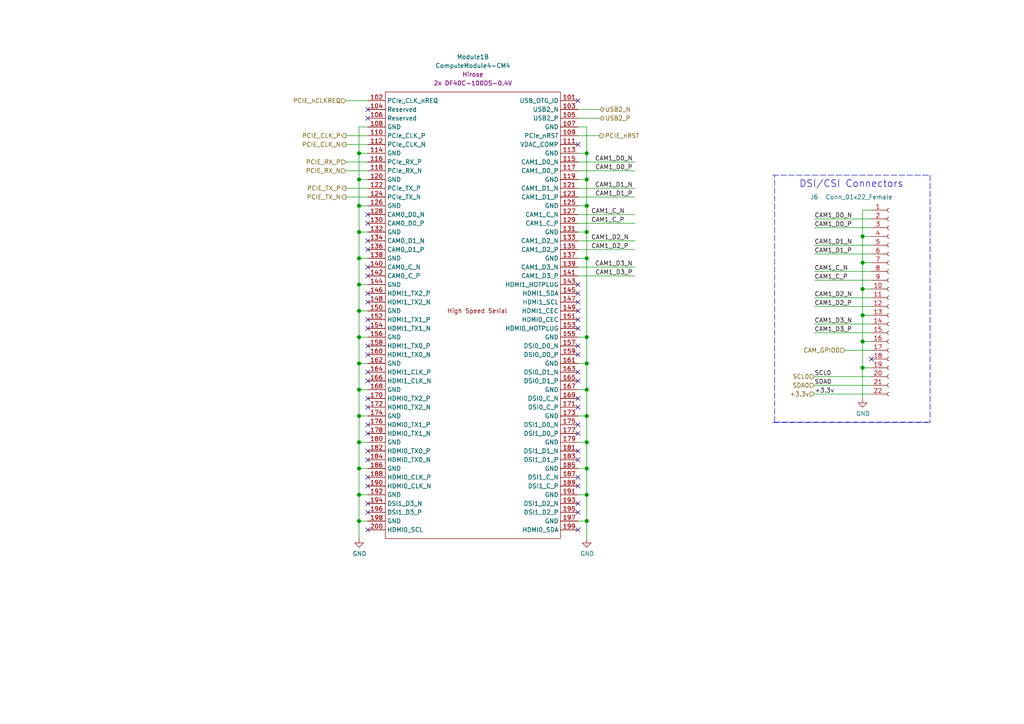
<source format=kicad_sch>
(kicad_sch (version 20231120) (generator "eeschema") (generator_version "8.0")
  (paper "A4")
  (title_block (title "BLADE CM4 CARRIER BOARD") (date "2025-01-20") (rev "0.2") (company "RapidAnalysis") (comment 1 "Author: Asad Imran"))
  (lib_symbols
    (symbol "Blade:ComputeModule4-CM4"
      (property "Reference" "Module" (at 113.03 -68.58 0))
      (property "Value" "ComputeModule4-CM4" (at 140.97 2.54 0))
      (property "Field4" "Hirose" (at 0 0 0))
      (property "Field5" "2x DF40C-100DS-0.4V" (at 0 -2.54 0))
      (symbol "ComputeModule4-CM4_1_0"
        (text "GPIO" (at 0 6.35 0) (effects (font (size 1.27 1.27))))
      )
      (symbol "ComputeModule4-CM4_1_1"
        (rectangle (start -30.48 -71.12) (end 25.4 58.42))
        (text "600mA Max" (at -8.89 -53.34 0) (effects (font (size 1.27 1.27))))
        (text "600mA Max" (at -8.89 -48.26 0) (effects (font (size 1.27 1.27))))
        (text "NB SD signals are only available" (at -1.27 -27.94 0) (effects (font (size 1.27 1.27))))
        (text "on modules without eMMC" (at -1.27 -30.48 0) (effects (font (size 1.27 1.27))))
        (pin power_in line (at 27.94 55.88 180) (length 2.54) (name "GND") (number "1"))
        (pin passive line (at -33.02 45.72 0) (length 2.54) (name "Ethernet_Pair0_N") (number "10"))
        (pin output line (at -33.02 -68.58 0) (length 2.54) (name "nEXTRST") (number "100"))
        (pin passive line (at 27.94 43.18 180) (length 2.54) (name "Ethernet_Pair2_P") (number "11"))
        (pin passive line (at -33.02 43.18 0) (length 2.54) (name "Ethernet_Pair0_P") (number "12"))
        (pin power_in line (at 27.94 40.64 180) (length 2.54) (name "GND") (number "13"))
        (pin power_in line (at -33.02 40.64 0) (length 2.54) (name "GND") (number "14"))
        (pin output line (at 27.94 38.1 180) (length 2.54) (name "Ethernet_nLED3(3.3v)") (number "15"))
        (pin input line (at -33.02 38.1 0) (length 2.54) (name "Ethernet_SYNC_IN(1.8v)") (number "16"))
        (pin output line (at 27.94 35.56 180) (length 2.54) (name "Ethernet_nLED2(3.3v)") (number "17"))
        (pin input line (at -33.02 35.56 0) (length 2.54) (name "Ethernet_SYNC_OUT(1.8v)") (number "18"))
        (pin output line (at 27.94 33.02 180) (length 2.54) (name "Ethernet_nLED1(3.3v)") (number "19"))
        (pin power_in line (at -33.02 55.88 0) (length 2.54) (name "GND") (number "2"))
        (pin passive line (at -33.02 33.02 0) (length 2.54) (name "EEPROM_nWP") (number "20"))
        (pin open_collector line (at 27.94 30.48 180) (length 2.54) (name "PI_nLED_Activity") (number "21"))
        (pin power_in line (at -33.02 30.48 0) (length 2.54) (name "GND") (number "22"))
        (pin power_in line (at 27.94 27.94 180) (length 2.54) (name "GND") (number "23"))
        (pin passive line (at -33.02 27.94 0) (length 2.54) (name "GPIO26") (number "24"))
        (pin passive line (at 27.94 25.4 180) (length 2.54) (name "GPIO21") (number "25"))
        (pin passive line (at -33.02 25.4 0) (length 2.54) (name "GPIO19") (number "26"))
        (pin passive line (at 27.94 22.86 180) (length 2.54) (name "GPIO20") (number "27"))
        (pin passive line (at -33.02 22.86 0) (length 2.54) (name "GPIO13") (number "28"))
        (pin passive line (at 27.94 20.32 180) (length 2.54) (name "GPIO16") (number "29"))
        (pin passive line (at 27.94 53.34 180) (length 2.54) (name "Ethernet_Pair3_P") (number "3"))
        (pin passive line (at -33.02 20.32 0) (length 2.54) (name "GPIO6") (number "30"))
        (pin passive line (at 27.94 17.78 180) (length 2.54) (name "GPIO12") (number "31"))
        (pin power_in line (at -33.02 17.78 0) (length 2.54) (name "GND") (number "32"))
        (pin power_in line (at 27.94 15.24 180) (length 2.54) (name "GND") (number "33"))
        (pin passive line (at -33.02 15.24 0) (length 2.54) (name "GPIO5") (number "34"))
        (pin passive line (at 27.94 12.7 180) (length 2.54) (name "ID_SC") (number "35"))
        (pin passive line (at -33.02 12.7 0) (length 2.54) (name "ID_SD") (number "36"))
        (pin passive line (at 27.94 10.16 180) (length 2.54) (name "GPIO7") (number "37"))
        (pin passive line (at -33.02 10.16 0) (length 2.54) (name "GPIO11") (number "38"))
        (pin passive line (at 27.94 7.62 180) (length 2.54) (name "GPIO8") (number "39"))
        (pin passive line (at -33.02 53.34 0) (length 2.54) (name "Ethernet_Pair1_P") (number "4"))
        (pin passive line (at -33.02 7.62 0) (length 2.54) (name "GPIO9") (number "40"))
        (pin passive line (at 27.94 5.08 180) (length 2.54) (name "GPIO25") (number "41"))
        (pin power_in line (at -33.02 5.08 0) (length 2.54) (name "GND") (number "42"))
        (pin power_in line (at 27.94 2.54 180) (length 2.54) (name "GND") (number "43"))
        (pin passive line (at -33.02 2.54 0) (length 2.54) (name "GPIO10") (number "44"))
        (pin passive line (at 27.94 0 180) (length 2.54) (name "GPIO24") (number "45"))
        (pin passive line (at -33.02 0 0) (length 2.54) (name "GPIO22") (number "46"))
        (pin passive line (at 27.94 -2.54 180) (length 2.54) (name "GPIO23") (number "47"))
        (pin passive line (at -33.02 -2.54 0) (length 2.54) (name "GPIO27") (number "48"))
        (pin passive line (at 27.94 -5.08 180) (length 2.54) (name "GPIO18") (number "49"))
        (pin passive line (at 27.94 50.8 180) (length 2.54) (name "Ethernet_Pair3_N") (number "5"))
        (pin passive line (at -33.02 -5.08 0) (length 2.54) (name "GPIO17") (number "50"))
        (pin passive line (at 27.94 -7.62 180) (length 2.54) (name "GPIO15") (number "51"))
        (pin power_in line (at -33.02 -7.62 0) (length 2.54) (name "GND") (number "52"))
        (pin power_in line (at 27.94 -10.16 180) (length 2.54) (name "GND") (number "53"))
        (pin passive line (at -33.02 -10.16 0) (length 2.54) (name "GPIO4") (number "54"))
        (pin passive line (at 27.94 -12.7 180) (length 2.54) (name "GPIO14") (number "55"))
        (pin passive line (at -33.02 -12.7 0) (length 2.54) (name "GPIO3") (number "56"))
        (pin passive line (at 27.94 -15.24 180) (length 2.54) (name "SD_CLK") (number "57"))
        (pin passive line (at -33.02 -15.24 0) (length 2.54) (name "GPIO2") (number "58"))
        (pin power_in line (at 27.94 -17.78 180) (length 2.54) (name "GND") (number "59"))
        (pin passive line (at -33.02 50.8 0) (length 2.54) (name "Ethernet_Pair1_N") (number "6"))
        (pin power_in line (at -33.02 -17.78 0) (length 2.54) (name "GND") (number "60"))
        (pin passive line (at 27.94 -20.32 180) (length 2.54) (name "SD_DAT3") (number "61"))
        (pin passive line (at -33.02 -20.32 0) (length 2.54) (name "SD_CMD") (number "62"))
        (pin passive line (at 27.94 -22.86 180) (length 2.54) (name "SD_DAT0") (number "63"))
        (pin passive line (at -33.02 -22.86 0) (length 2.54) (name "SD_DAT5") (number "64"))
        (pin power_in line (at 27.94 -25.4 180) (length 2.54) (name "GND") (number "65"))
        (pin power_in line (at -33.02 -25.4 0) (length 2.54) (name "GND") (number "66"))
        (pin passive line (at 27.94 -27.94 180) (length 2.54) (name "SD_DAT1") (number "67"))
        (pin passive line (at -33.02 -27.94 0) (length 2.54) (name "SD_DAT4") (number "68"))
        (pin passive line (at 27.94 -30.48 180) (length 2.54) (name "SD_DAT2") (number "69"))
        (pin power_in line (at 27.94 48.26 180) (length 2.54) (name "GND") (number "7"))
        (pin passive line (at -33.02 -30.48 0) (length 2.54) (name "SD_DAT7") (number "70"))
        (pin power_in line (at 27.94 -33.02 180) (length 2.54) (name "GND") (number "71"))
        (pin passive line (at -33.02 -33.02 0) (length 2.54) (name "SD_DAT6") (number "72"))
        (pin input line (at 27.94 -35.56 180) (length 2.54) (name "SD_VDD_Override") (number "73"))
        (pin power_in line (at -33.02 -35.56 0) (length 2.54) (name "GND") (number "74"))
        (pin output line (at 27.94 -38.1 180) (length 2.54) (name "SD_PWR_ON") (number "75"))
        (pin passive line (at -33.02 -38.1 0) (length 2.54) (name "Reserved") (number "76"))
        (pin power_in line (at 27.94 -40.64 180) (length 2.54) (name "+5v_(Input)") (number "77"))
        (pin power_in line (at -33.02 -40.64 0) (length 2.54) (name "GPIO_VREF(1.8v/3.3v_Input)") (number "78"))
        (pin power_in line (at 27.94 -43.18 180) (length 2.54) (name "+5v_(Input)") (number "79"))
        (pin power_in line (at -33.02 48.26 0) (length 2.54) (name "GND") (number "8"))
        (pin passive line (at -33.02 -43.18 0) (length 2.54) (name "SCL0") (number "80"))
        (pin power_in line (at 27.94 -45.72 180) (length 2.54) (name "+5v_(Input)") (number "81"))
        (pin passive line (at -33.02 -45.72 0) (length 2.54) (name "SDA0") (number "82"))
        (pin power_in line (at 27.94 -48.26 180) (length 2.54) (name "+5v_(Input)") (number "83"))
        (pin power_out line (at -33.02 -48.26 0) (length 2.54) (name "+3.3v_(Output)") (number "84"))
        (pin power_in line (at 27.94 -50.8 180) (length 2.54) (name "+5v_(Input)") (number "85"))
        (pin power_out line (at -33.02 -50.8 0) (length 2.54) (name "+3.3v_(Output)") (number "86"))
        (pin power_in line (at 27.94 -53.34 180) (length 2.54) (name "+5v_(Input)") (number "87"))
        (pin power_out line (at -33.02 -53.34 0) (length 2.54) (name "+1.8v_(Output)") (number "88"))
        (pin power_in line (at 27.94 -55.88 180) (length 2.54) (name "WiFi_nDisable") (number "89"))
        (pin passive line (at 27.94 45.72 180) (length 2.54) (name "Ethernet_Pair2_N") (number "9"))
        (pin power_out line (at -33.02 -55.88 0) (length 2.54) (name "+1.8v_(Output)") (number "90"))
        (pin power_in line (at 27.94 -58.42 180) (length 2.54) (name "BT_nDisable") (number "91"))
        (pin passive line (at -33.02 -58.42 0) (length 2.54) (name "RUN_PG") (number "92"))
        (pin input line (at 27.94 -60.96 180) (length 2.54) (name "nRPIBOOT") (number "93"))
        (pin passive line (at -33.02 -60.96 0) (length 2.54) (name "AnalogIP1") (number "94"))
        (pin output line (at 27.94 -63.5 180) (length 2.54) (name "nPI_LED_PWR") (number "95"))
        (pin passive line (at -33.02 -63.5 0) (length 2.54) (name "AnalogIP0") (number "96"))
        (pin passive line (at 27.94 -66.04 180) (length 2.54) (name "Camera_GPIO") (number "97"))
        (pin power_in line (at -33.02 -66.04 0) (length 2.54) (name "GND") (number "98"))
        (pin input line (at 27.94 -68.58 180) (length 2.54) (name "Global_EN") (number "99"))
      )
      (symbol "ComputeModule4-CM4_2_1"
        (rectangle (start 114.3 -66.04) (end 165.1 63.5))
        (text "High Speed Serial" (at 140.97 0 0) (effects (font (size 1.27 1.27))))
        (pin input line (at 170.18 60.96 180) (length 5.08) (name "USB_OTG_ID") (number "101"))
        (pin input line (at 109.22 60.96 0) (length 5.08) (name "PCIe_CLK_nREQ") (number "102"))
        (pin passive line (at 170.18 58.42 180) (length 5.08) (name "USB2_N") (number "103"))
        (pin passive line (at 109.22 58.42 0) (length 5.08) (name "Reserved") (number "104"))
        (pin passive line (at 170.18 55.88 180) (length 5.08) (name "USB2_P") (number "105"))
        (pin passive line (at 109.22 55.88 0) (length 5.08) (name "Reserved") (number "106"))
        (pin power_in line (at 170.18 53.34 180) (length 5.08) (name "GND") (number "107"))
        (pin power_in line (at 109.22 53.34 0) (length 5.08) (name "GND") (number "108"))
        (pin bidirectional line (at 170.18 50.8 180) (length 5.08) (name "PCIe_nRST") (number "109"))
        (pin output line (at 109.22 50.8 0) (length 5.08) (name "PCIe_CLK_P") (number "110"))
        (pin passive line (at 170.18 48.26 180) (length 5.08) (name "VDAC_COMP") (number "111"))
        (pin output line (at 109.22 48.26 0) (length 5.08) (name "PCIe_CLK_N") (number "112"))
        (pin power_in line (at 170.18 45.72 180) (length 5.08) (name "GND") (number "113"))
        (pin power_in line (at 109.22 45.72 0) (length 5.08) (name "GND") (number "114"))
        (pin input line (at 170.18 43.18 180) (length 5.08) (name "CAM1_D0_N") (number "115"))
        (pin input line (at 109.22 43.18 0) (length 5.08) (name "PCIe_RX_P") (number "116"))
        (pin input line (at 170.18 40.64 180) (length 5.08) (name "CAM1_D0_P") (number "117"))
        (pin input line (at 109.22 40.64 0) (length 5.08) (name "PCIe_RX_N") (number "118"))
        (pin power_in line (at 170.18 38.1 180) (length 5.08) (name "GND") (number "119"))
        (pin power_in line (at 109.22 38.1 0) (length 5.08) (name "GND") (number "120"))
        (pin input line (at 170.18 35.56 180) (length 5.08) (name "CAM1_D1_N") (number "121"))
        (pin output line (at 109.22 35.56 0) (length 5.08) (name "PCIe_TX_P") (number "122"))
        (pin input line (at 170.18 33.02 180) (length 5.08) (name "CAM1_D1_P") (number "123"))
        (pin output line (at 109.22 33.02 0) (length 5.08) (name "PCIe_TX_N") (number "124"))
        (pin power_in line (at 170.18 30.48 180) (length 5.08) (name "GND") (number "125"))
        (pin power_in line (at 109.22 30.48 0) (length 5.08) (name "GND") (number "126"))
        (pin input line (at 170.18 27.94 180) (length 5.08) (name "CAM1_C_N") (number "127"))
        (pin input line (at 109.22 27.94 0) (length 5.08) (name "CAM0_D0_N") (number "128"))
        (pin input line (at 170.18 25.4 180) (length 5.08) (name "CAM1_C_P") (number "129"))
        (pin input line (at 109.22 25.4 0) (length 5.08) (name "CAM0_D0_P") (number "130"))
        (pin power_in line (at 170.18 22.86 180) (length 5.08) (name "GND") (number "131"))
        (pin power_in line (at 109.22 22.86 0) (length 5.08) (name "GND") (number "132"))
        (pin input line (at 170.18 20.32 180) (length 5.08) (name "CAM1_D2_N") (number "133"))
        (pin input line (at 109.22 20.32 0) (length 5.08) (name "CAM0_D1_N") (number "134"))
        (pin input line (at 170.18 17.78 180) (length 5.08) (name "CAM1_D2_P") (number "135"))
        (pin input line (at 109.22 17.78 0) (length 5.08) (name "CAM0_D1_P") (number "136"))
        (pin power_in line (at 170.18 15.24 180) (length 5.08) (name "GND") (number "137"))
        (pin power_in line (at 109.22 15.24 0) (length 5.08) (name "GND") (number "138"))
        (pin input line (at 170.18 12.7 180) (length 5.08) (name "CAM1_D3_N") (number "139"))
        (pin input line (at 109.22 12.7 0) (length 5.08) (name "CAM0_C_N") (number "140"))
        (pin input line (at 170.18 10.16 180) (length 5.08) (name "CAM1_D3_P") (number "141"))
        (pin input line (at 109.22 10.16 0) (length 5.08) (name "CAM0_C_P") (number "142"))
        (pin input line (at 170.18 7.62 180) (length 5.08) (name "HDMI1_HOTPLUG") (number "143"))
        (pin power_in line (at 109.22 7.62 0) (length 5.08) (name "GND") (number "144"))
        (pin bidirectional line (at 170.18 5.08 180) (length 5.08) (name "HDMI1_SDA") (number "145"))
        (pin output line (at 109.22 5.08 0) (length 5.08) (name "HDMI1_TX2_P") (number "146"))
        (pin open_collector line (at 170.18 2.54 180) (length 5.08) (name "HDMI1_SCL") (number "147"))
        (pin output line (at 109.22 2.54 0) (length 5.08) (name "HDMI1_TX2_N") (number "148"))
        (pin open_collector line (at 170.18 0 180) (length 5.08) (name "HDMI1_CEC") (number "149"))
        (pin power_in line (at 109.22 0 0) (length 5.08) (name "GND") (number "150"))
        (pin open_collector line (at 170.18 -2.54 180) (length 5.08) (name "HDMI0_CEC") (number "151"))
        (pin output line (at 109.22 -2.54 0) (length 5.08) (name "HDMI1_TX1_P") (number "152"))
        (pin input line (at 170.18 -5.08 180) (length 5.08) (name "HDMI0_HOTPLUG") (number "153"))
        (pin output line (at 109.22 -5.08 0) (length 5.08) (name "HDMI1_TX1_N") (number "154"))
        (pin power_in line (at 170.18 -7.62 180) (length 5.08) (name "GND") (number "155"))
        (pin power_in line (at 109.22 -7.62 0) (length 5.08) (name "GND") (number "156"))
        (pin output line (at 170.18 -10.16 180) (length 5.08) (name "DSI0_D0_N") (number "157"))
        (pin output line (at 109.22 -10.16 0) (length 5.08) (name "HDMI1_TX0_P") (number "158"))
        (pin output line (at 170.18 -12.7 180) (length 5.08) (name "DSI0_D0_P") (number "159"))
        (pin output line (at 109.22 -12.7 0) (length 5.08) (name "HDMI1_TX0_N") (number "160"))
        (pin power_in line (at 170.18 -15.24 180) (length 5.08) (name "GND") (number "161"))
        (pin power_in line (at 109.22 -15.24 0) (length 5.08) (name "GND") (number "162"))
        (pin output line (at 170.18 -17.78 180) (length 5.08) (name "DSI0_D1_N") (number "163"))
        (pin output line (at 109.22 -17.78 0) (length 5.08) (name "HDMI1_CLK_P") (number "164"))
        (pin output line (at 170.18 -20.32 180) (length 5.08) (name "DSI0_D1_P") (number "165"))
        (pin output line (at 109.22 -20.32 0) (length 5.08) (name "HDMI1_CLK_N") (number "166"))
        (pin power_in line (at 170.18 -22.86 180) (length 5.08) (name "GND") (number "167"))
        (pin power_in line (at 109.22 -22.86 0) (length 5.08) (name "GND") (number "168"))
        (pin output line (at 170.18 -25.4 180) (length 5.08) (name "DSI0_C_N") (number "169"))
        (pin output line (at 109.22 -25.4 0) (length 5.08) (name "HDMI0_TX2_P") (number "170"))
        (pin output line (at 170.18 -27.94 180) (length 5.08) (name "DSI0_C_P") (number "171"))
        (pin output line (at 109.22 -27.94 0) (length 5.08) (name "HDMI0_TX2_N") (number "172"))
        (pin power_in line (at 170.18 -30.48 180) (length 5.08) (name "GND") (number "173"))
        (pin power_in line (at 109.22 -30.48 0) (length 5.08) (name "GND") (number "174"))
        (pin output line (at 170.18 -33.02 180) (length 5.08) (name "DSI1_D0_N") (number "175"))
        (pin output line (at 109.22 -33.02 0) (length 5.08) (name "HDMI0_TX1_P") (number "176"))
        (pin output line (at 170.18 -35.56 180) (length 5.08) (name "DSI1_D0_P") (number "177"))
        (pin output line (at 109.22 -35.56 0) (length 5.08) (name "HDMI0_TX1_N") (number "178"))
        (pin power_in line (at 170.18 -38.1 180) (length 5.08) (name "GND") (number "179"))
        (pin power_in line (at 109.22 -38.1 0) (length 5.08) (name "GND") (number "180"))
        (pin output line (at 170.18 -40.64 180) (length 5.08) (name "DSI1_D1_N") (number "181"))
        (pin output line (at 109.22 -40.64 0) (length 5.08) (name "HDMI0_TX0_P") (number "182"))
        (pin output line (at 170.18 -43.18 180) (length 5.08) (name "DSI1_D1_P") (number "183"))
        (pin output line (at 109.22 -43.18 0) (length 5.08) (name "HDMI0_TX0_N") (number "184"))
        (pin power_in line (at 170.18 -45.72 180) (length 5.08) (name "GND") (number "185"))
        (pin power_in line (at 109.22 -45.72 0) (length 5.08) (name "GND") (number "186"))
        (pin output line (at 170.18 -48.26 180) (length 5.08) (name "DSI1_C_N") (number "187"))
        (pin output line (at 109.22 -48.26 0) (length 5.08) (name "HDMI0_CLK_P") (number "188"))
        (pin output line (at 170.18 -50.8 180) (length 5.08) (name "DSI1_C_P") (number "189"))
        (pin output line (at 109.22 -50.8 0) (length 5.08) (name "HDMI0_CLK_N") (number "190"))
        (pin power_in line (at 170.18 -53.34 180) (length 5.08) (name "GND") (number "191"))
        (pin power_in line (at 109.22 -53.34 0) (length 5.08) (name "GND") (number "192"))
        (pin output line (at 170.18 -55.88 180) (length 5.08) (name "DSI1_D2_N") (number "193"))
        (pin output line (at 109.22 -55.88 0) (length 5.08) (name "DSI1_D3_N") (number "194"))
        (pin output line (at 170.18 -58.42 180) (length 5.08) (name "DSI1_D2_P") (number "195"))
        (pin output line (at 109.22 -58.42 0) (length 5.08) (name "DSI1_D3_P") (number "196"))
        (pin power_in line (at 170.18 -60.96 180) (length 5.08) (name "GND") (number "197"))
        (pin power_in line (at 109.22 -60.96 0) (length 5.08) (name "GND") (number "198"))
        (pin bidirectional line (at 170.18 -63.5 180) (length 5.08) (name "HDMI0_SDA") (number "199"))
        (pin open_collector line (at 109.22 -63.5 0) (length 5.08) (name "HDMI0_SCL") (number "200"))
      )
    )
    (symbol "Blade:Conn_01x22_Socket" (pin_names (offset 1.016) hide)
      (property "Reference" "J" (at 0 27.94 0))
      (property "Value" "Conn_01x22_Socket" (at 0 -30.48 0))
      (symbol "Conn_01x22_Socket_1_1"
        (arc (start 0 -27.432) (mid -0.5058 -27.94) (end 0 -28.448) (stroke (width 0.1524)))
        (arc (start 0 -24.892) (mid -0.5058 -25.4) (end 0 -25.908) (stroke (width 0.1524)))
        (arc (start 0 -22.352) (mid -0.5058 -22.86) (end 0 -23.368) (stroke (width 0.1524)))
        (arc (start 0 -19.812) (mid -0.5058 -20.32) (end 0 -20.828) (stroke (width 0.1524)))
        (arc (start 0 -17.272) (mid -0.5058 -17.78) (end 0 -18.288) (stroke (width 0.1524)))
        (arc (start 0 -14.732) (mid -0.5058 -15.24) (end 0 -15.748) (stroke (width 0.1524)))
        (arc (start 0 -12.192) (mid -0.5058 -12.7) (end 0 -13.208) (stroke (width 0.1524)))
        (arc (start 0 -9.652) (mid -0.5058 -10.16) (end 0 -10.668) (stroke (width 0.1524)))
        (arc (start 0 -7.112) (mid -0.5058 -7.62) (end 0 -8.128) (stroke (width 0.1524)))
        (arc (start 0 -4.572) (mid -0.5058 -5.08) (end 0 -5.588) (stroke (width 0.1524)))
        (arc (start 0 -2.032) (mid -0.5058 -2.54) (end 0 -3.048) (stroke (width 0.1524)))
        (polyline (pts (xy -1.27 -27.94) (xy -0.508 -27.94)) (stroke (width 0.1524)))
        (polyline (pts (xy -1.27 -25.4) (xy -0.508 -25.4)) (stroke (width 0.1524)))
        (polyline (pts (xy -1.27 -22.86) (xy -0.508 -22.86)) (stroke (width 0.1524)))
        (polyline (pts (xy -1.27 -20.32) (xy -0.508 -20.32)) (stroke (width 0.1524)))
        (polyline (pts (xy -1.27 -17.78) (xy -0.508 -17.78)) (stroke (width 0.1524)))
        (polyline (pts (xy -1.27 -15.24) (xy -0.508 -15.24)) (stroke (width 0.1524)))
        (polyline (pts (xy -1.27 -12.7) (xy -0.508 -12.7)) (stroke (width 0.1524)))
        (polyline (pts (xy -1.27 -10.16) (xy -0.508 -10.16)) (stroke (width 0.1524)))
        (polyline (pts (xy -1.27 -7.62) (xy -0.508 -7.62)) (stroke (width 0.1524)))
        (polyline (pts (xy -1.27 -5.08) (xy -0.508 -5.08)) (stroke (width 0.1524)))
        (polyline (pts (xy -1.27 -2.54) (xy -0.508 -2.54)) (stroke (width 0.1524)))
        (polyline (pts (xy -1.27 0) (xy -0.508 0)) (stroke (width 0.1524)))
        (polyline (pts (xy -1.27 2.54) (xy -0.508 2.54)) (stroke (width 0.1524)))
        (polyline (pts (xy -1.27 5.08) (xy -0.508 5.08)) (stroke (width 0.1524)))
        (polyline (pts (xy -1.27 7.62) (xy -0.508 7.62)) (stroke (width 0.1524)))
        (polyline (pts (xy -1.27 10.16) (xy -0.508 10.16)) (stroke (width 0.1524)))
        (polyline (pts (xy -1.27 12.7) (xy -0.508 12.7)) (stroke (width 0.1524)))
        (polyline (pts (xy -1.27 15.24) (xy -0.508 15.24)) (stroke (width 0.1524)))
        (polyline (pts (xy -1.27 17.78) (xy -0.508 17.78)) (stroke (width 0.1524)))
        (polyline (pts (xy -1.27 20.32) (xy -0.508 20.32)) (stroke (width 0.1524)))
        (polyline (pts (xy -1.27 22.86) (xy -0.508 22.86)) (stroke (width 0.1524)))
        (polyline (pts (xy -1.27 25.4) (xy -0.508 25.4)) (stroke (width 0.1524)))
        (arc (start 0 0.508) (mid -0.5058 0) (end 0 -0.508) (stroke (width 0.1524)))
        (arc (start 0 3.048) (mid -0.5058 2.54) (end 0 2.032) (stroke (width 0.1524)))
        (arc (start 0 5.588) (mid -0.5058 5.08) (end 0 4.572) (stroke (width 0.1524)))
        (arc (start 0 8.128) (mid -0.5058 7.62) (end 0 7.112) (stroke (width 0.1524)))
        (arc (start 0 10.668) (mid -0.5058 10.16) (end 0 9.652) (stroke (width 0.1524)))
        (arc (start 0 13.208) (mid -0.5058 12.7) (end 0 12.192) (stroke (width 0.1524)))
        (arc (start 0 15.748) (mid -0.5058 15.24) (end 0 14.732) (stroke (width 0.1524)))
        (arc (start 0 18.288) (mid -0.5058 17.78) (end 0 17.272) (stroke (width 0.1524)))
        (arc (start 0 20.828) (mid -0.5058 20.32) (end 0 19.812) (stroke (width 0.1524)))
        (arc (start 0 23.368) (mid -0.5058 22.86) (end 0 22.352) (stroke (width 0.1524)))
        (arc (start 0 25.908) (mid -0.5058 25.4) (end 0 24.892) (stroke (width 0.1524)))
        (pin passive line (at -5.08 25.4 0) (length 3.81) (name "Pin_1") (number "1"))
        (pin passive line (at -5.08 2.54 0) (length 3.81) (name "Pin_10") (number "10"))
        (pin passive line (at -5.08 0 0) (length 3.81) (name "Pin_11") (number "11"))
        (pin passive line (at -5.08 -2.54 0) (length 3.81) (name "Pin_12") (number "12"))
        (pin passive line (at -5.08 -5.08 0) (length 3.81) (name "Pin_13") (number "13"))
        (pin passive line (at -5.08 -7.62 0) (length 3.81) (name "Pin_14") (number "14"))
        (pin passive line (at -5.08 -10.16 0) (length 3.81) (name "Pin_15") (number "15"))
        (pin passive line (at -5.08 -12.7 0) (length 3.81) (name "Pin_16") (number "16"))
        (pin passive line (at -5.08 -15.24 0) (length 3.81) (name "Pin_17") (number "17"))
        (pin passive line (at -5.08 -17.78 0) (length 3.81) (name "Pin_18") (number "18"))
        (pin passive line (at -5.08 -20.32 0) (length 3.81) (name "Pin_19") (number "19"))
        (pin passive line (at -5.08 22.86 0) (length 3.81) (name "Pin_2") (number "2"))
        (pin passive line (at -5.08 -22.86 0) (length 3.81) (name "Pin_20") (number "20"))
        (pin passive line (at -5.08 -25.4 0) (length 3.81) (name "Pin_21") (number "21"))
        (pin passive line (at -5.08 -27.94 0) (length 3.81) (name "Pin_22") (number "22"))
        (pin passive line (at -5.08 20.32 0) (length 3.81) (name "Pin_3") (number "3"))
        (pin passive line (at -5.08 17.78 0) (length 3.81) (name "Pin_4") (number "4"))
        (pin passive line (at -5.08 15.24 0) (length 3.81) (name "Pin_5") (number "5"))
        (pin passive line (at -5.08 12.7 0) (length 3.81) (name "Pin_6") (number "6"))
        (pin passive line (at -5.08 10.16 0) (length 3.81) (name "Pin_7") (number "7"))
        (pin passive line (at -5.08 7.62 0) (length 3.81) (name "Pin_8") (number "8"))
        (pin passive line (at -5.08 5.08 0) (length 3.81) (name "Pin_9") (number "9"))
      )
    )
    (symbol "power:GND" (power) (pin_numbers hide) (pin_names (offset 0) hide)
      (property "Value" "GND" (at 0 -3.81 0))
      (symbol "GND_0_1"
        (polyline (pts (xy 0 0) (xy 0 -1.27) (xy 1.27 -1.27) (xy 0 -2.54) (xy -1.27 -1.27) (xy 0 -1.27)))
      )
      (symbol "GND_1_1"
        (pin power_in line (at 0 0 270) (length 0) (name "~") (number "1"))
      )
    )
  )
  (junction (at 250.19 68.58) (diameter 1.016))
  (junction (at 104.14 151.13) (diameter 1.016))
  (junction (at 104.14 135.89) (diameter 1.016))
  (junction (at 170.18 135.89) (diameter 1.016))
  (junction (at 104.14 74.93) (diameter 1.016))
  (junction (at 170.18 59.69) (diameter 1.016))
  (junction (at 170.18 151.13) (diameter 1.016))
  (junction (at 104.14 44.45) (diameter 1.016))
  (junction (at 170.18 44.45) (diameter 1.016))
  (junction (at 250.19 91.44) (diameter 1.016))
  (junction (at 104.14 59.69) (diameter 1.016))
  (junction (at 170.18 105.41) (diameter 1.016))
  (junction (at 170.18 128.27) (diameter 1.016))
  (junction (at 250.19 83.82) (diameter 1.016))
  (junction (at 104.14 82.55) (diameter 1.016))
  (junction (at 170.18 120.65) (diameter 1.016))
  (junction (at 104.14 52.07) (diameter 1.016))
  (junction (at 170.18 67.31) (diameter 1.016))
  (junction (at 170.18 52.07) (diameter 1.016))
  (junction (at 104.14 143.51) (diameter 1.016))
  (junction (at 170.18 143.51) (diameter 1.016))
  (junction (at 250.19 99.06) (diameter 1.016))
  (junction (at 170.18 97.79) (diameter 1.016))
  (junction (at 104.14 105.41) (diameter 1.016))
  (junction (at 104.14 120.65) (diameter 1.016))
  (junction (at 104.14 90.17) (diameter 1.016))
  (junction (at 170.18 74.93) (diameter 1.016))
  (junction (at 170.18 113.03) (diameter 1.016))
  (junction (at 104.14 67.31) (diameter 1.016))
  (junction (at 104.14 97.79) (diameter 1.016))
  (junction (at 250.19 76.2) (diameter 1.016))
  (junction (at 250.19 106.68) (diameter 1.016))
  (junction (at 104.14 128.27) (diameter 1.016))
  (junction (at 104.14 113.03) (diameter 1.016))
  (no_connect (at 167.64 118.11))
  (no_connect (at 252.73 104.14))
  (no_connect (at 106.68 64.77))
  (no_connect (at 106.68 92.71))
  (no_connect (at 106.68 133.35))
  (no_connect (at 167.64 148.59))
  (no_connect (at 167.64 146.05))
  (no_connect (at 106.68 107.95))
  (no_connect (at 167.64 92.71))
  (no_connect (at 106.68 138.43))
  (no_connect (at 106.68 100.33))
  (no_connect (at 106.68 110.49))
  (no_connect (at 106.68 130.81))
  (no_connect (at 106.68 77.47))
  (no_connect (at 167.64 153.67))
  (no_connect (at 167.64 95.25))
  (no_connect (at 167.64 123.19))
  (no_connect (at 167.64 90.17))
  (no_connect (at 106.68 62.23))
  (no_connect (at 167.64 133.35))
  (no_connect (at 106.68 146.05))
  (no_connect (at 106.68 31.75))
  (no_connect (at 167.64 87.63))
  (no_connect (at 106.68 87.63))
  (no_connect (at 106.68 34.29))
  (no_connect (at 167.64 110.49))
  (no_connect (at 167.64 115.57))
  (no_connect (at 106.68 125.73))
  (no_connect (at 167.64 29.21))
  (no_connect (at 167.64 140.97))
  (no_connect (at 167.64 102.87))
  (no_connect (at 167.64 41.91))
  (no_connect (at 167.64 82.55))
  (no_connect (at 106.68 102.87))
  (no_connect (at 106.68 153.67))
  (no_connect (at 167.64 85.09))
  (no_connect (at 106.68 123.19))
  (no_connect (at 167.64 138.43))
  (no_connect (at 106.68 95.25))
  (no_connect (at 106.68 148.59))
  (no_connect (at 106.68 72.39))
  (no_connect (at 167.64 125.73))
  (no_connect (at 106.68 85.09))
  (no_connect (at 167.64 100.33))
  (no_connect (at 167.64 107.95))
  (no_connect (at 106.68 69.85))
  (no_connect (at 106.68 115.57))
  (no_connect (at 106.68 118.11))
  (no_connect (at 167.64 130.81))
  (no_connect (at 106.68 140.97))
  (no_connect (at 106.68 80.01))
  (wire (pts (xy 250.19 76.2) (xy 250.19 83.82)))
  (wire (pts (xy 104.14 67.31) (xy 104.14 74.93)))
  (wire (pts (xy 104.14 143.51) (xy 104.14 151.13)))
  (wire (pts (xy 104.14 36.83) (xy 104.14 44.45)))
  (wire (pts (xy 104.14 90.17) (xy 104.14 97.79)))
  (wire (pts (xy 104.14 74.93) (xy 104.14 82.55)))
  (wire (pts (xy 104.14 105.41) (xy 104.14 113.03)))
  (wire (pts (xy 170.18 52.07) (xy 170.18 44.45)))
  (wire (pts (xy 167.64 34.29) (xy 173.99 34.29)))
  (wire (pts (xy 104.14 90.17) (xy 106.68 90.17)))
  (wire (pts (xy 250.19 99.06) (xy 252.73 99.06)))
  (wire (pts (xy 250.19 68.58) (xy 250.19 76.2)))
  (wire (pts (xy 104.14 113.03) (xy 104.14 120.65)))
  (wire (pts (xy 104.14 52.07) (xy 104.14 59.69)))
  (wire (pts (xy 104.14 135.89) (xy 106.68 135.89)))
  (wire (pts (xy 170.18 74.93) (xy 170.18 67.31)))
  (polyline (pts (xy 269.748 50.8) (xy 269.748 122.428)) (stroke (width 0) (type dash)))
  (wire (pts (xy 100.33 41.91) (xy 106.68 41.91)))
  (wire (pts (xy 104.14 113.03) (xy 106.68 113.03)))
  (wire (pts (xy 106.68 151.13) (xy 104.14 151.13)))
  (wire (pts (xy 250.19 91.44) (xy 250.19 99.06)))
  (wire (pts (xy 167.64 105.41) (xy 170.18 105.41)))
  (wire (pts (xy 250.19 83.82) (xy 252.73 83.82)))
  (wire (pts (xy 104.14 59.69) (xy 104.14 67.31)))
  (wire (pts (xy 167.64 44.45) (xy 170.18 44.45)))
  (wire (pts (xy 252.73 109.22) (xy 236.22 109.22)))
  (wire (pts (xy 170.18 128.27) (xy 170.18 135.89)))
  (wire (pts (xy 170.18 120.65) (xy 170.18 128.27)))
  (wire (pts (xy 170.18 151.13) (xy 170.18 156.21)))
  (wire (pts (xy 167.64 54.61) (xy 184.15 54.61)))
  (wire (pts (xy 106.68 46.99) (xy 100.33 46.99)))
  (wire (pts (xy 167.64 80.01) (xy 184.15 80.01)))
  (wire (pts (xy 167.64 135.89) (xy 170.18 135.89)))
  (wire (pts (xy 100.33 57.15) (xy 106.68 57.15)))
  (wire (pts (xy 104.14 67.31) (xy 106.68 67.31)))
  (wire (pts (xy 167.64 52.07) (xy 170.18 52.07)))
  (wire (pts (xy 236.22 93.98) (xy 252.73 93.98)))
  (wire (pts (xy 236.22 71.12) (xy 252.73 71.12)))
  (wire (pts (xy 106.68 49.53) (xy 100.33 49.53)))
  (wire (pts (xy 170.18 97.79) (xy 170.18 105.41)))
  (wire (pts (xy 236.22 88.9) (xy 252.73 88.9)))
  (wire (pts (xy 236.22 73.66) (xy 252.73 73.66)))
  (wire (pts (xy 104.14 120.65) (xy 104.14 128.27)))
  (wire (pts (xy 104.14 44.45) (xy 106.68 44.45)))
  (polyline (pts (xy 224.155 122.555) (xy 269.24 122.555)) (stroke (width 0) (type dash)))
  (wire (pts (xy 106.68 143.51) (xy 104.14 143.51)))
  (wire (pts (xy 167.64 77.47) (xy 184.15 77.47)))
  (wire (pts (xy 167.64 49.53) (xy 184.15 49.53)))
  (wire (pts (xy 250.19 60.96) (xy 250.19 68.58)))
  (wire (pts (xy 104.14 128.27) (xy 106.68 128.27)))
  (wire (pts (xy 167.64 72.39) (xy 184.15 72.39)))
  (wire (pts (xy 167.64 59.69) (xy 170.18 59.69)))
  (wire (pts (xy 250.19 106.68) (xy 252.73 106.68)))
  (wire (pts (xy 167.64 62.23) (xy 184.15 62.23)))
  (wire (pts (xy 167.64 120.65) (xy 170.18 120.65)))
  (wire (pts (xy 167.64 97.79) (xy 170.18 97.79)))
  (wire (pts (xy 250.19 106.68) (xy 250.19 115.57)))
  (wire (pts (xy 100.33 39.37) (xy 106.68 39.37)))
  (wire (pts (xy 170.18 143.51) (xy 170.18 151.13)))
  (wire (pts (xy 170.18 59.69) (xy 170.18 52.07)))
  (wire (pts (xy 100.33 29.21) (xy 106.68 29.21)))
  (wire (pts (xy 236.22 96.52) (xy 252.73 96.52)))
  (wire (pts (xy 100.33 54.61) (xy 106.68 54.61)))
  (wire (pts (xy 252.73 114.3) (xy 236.22 114.3)))
  (wire (pts (xy 167.64 69.85) (xy 184.15 69.85)))
  (wire (pts (xy 236.22 63.5) (xy 252.73 63.5)))
  (wire (pts (xy 170.18 113.03) (xy 170.18 120.65)))
  (wire (pts (xy 167.64 46.99) (xy 184.15 46.99)))
  (wire (pts (xy 104.14 97.79) (xy 106.68 97.79)))
  (wire (pts (xy 104.14 120.65) (xy 106.68 120.65)))
  (wire (pts (xy 236.22 86.36) (xy 252.73 86.36)))
  (wire (pts (xy 167.64 67.31) (xy 170.18 67.31)))
  (wire (pts (xy 106.68 36.83) (xy 104.14 36.83)))
  (polyline (pts (xy 224.155 50.8) (xy 269.748 50.8)) (stroke (width 0) (type dash)))
  (wire (pts (xy 250.19 76.2) (xy 252.73 76.2)))
  (wire (pts (xy 104.14 74.93) (xy 106.68 74.93)))
  (wire (pts (xy 104.14 128.27) (xy 104.14 135.89)))
  (wire (pts (xy 167.64 64.77) (xy 184.15 64.77)))
  (wire (pts (xy 104.14 105.41) (xy 106.68 105.41)))
  (wire (pts (xy 250.19 68.58) (xy 252.73 68.58)))
  (wire (pts (xy 167.64 128.27) (xy 170.18 128.27)))
  (wire (pts (xy 104.14 59.69) (xy 106.68 59.69)))
  (wire (pts (xy 236.22 66.04) (xy 252.73 66.04)))
  (wire (pts (xy 167.64 113.03) (xy 170.18 113.03)))
  (wire (pts (xy 252.73 60.96) (xy 250.19 60.96)))
  (wire (pts (xy 245.11 101.6) (xy 252.73 101.6)))
  (wire (pts (xy 167.64 57.15) (xy 184.15 57.15)))
  (wire (pts (xy 104.14 135.89) (xy 104.14 143.51)))
  (wire (pts (xy 167.64 31.75) (xy 173.99 31.75)))
  (wire (pts (xy 170.18 44.45) (xy 170.18 36.83)))
  (wire (pts (xy 250.19 83.82) (xy 250.19 91.44)))
  (wire (pts (xy 170.18 67.31) (xy 170.18 59.69)))
  (wire (pts (xy 252.73 111.76) (xy 236.22 111.76)))
  (wire (pts (xy 104.14 82.55) (xy 106.68 82.55)))
  (wire (pts (xy 170.18 135.89) (xy 170.18 143.51)))
  (wire (pts (xy 104.14 52.07) (xy 106.68 52.07)))
  (wire (pts (xy 167.64 39.37) (xy 173.99 39.37)))
  (wire (pts (xy 170.18 74.93) (xy 170.18 97.79)))
  (wire (pts (xy 236.22 78.74) (xy 252.73 78.74)))
  (wire (pts (xy 104.14 97.79) (xy 104.14 105.41)))
  (wire (pts (xy 167.64 74.93) (xy 170.18 74.93)))
  (polyline (pts (xy 224.663 122.428) (xy 224.663 50.8)) (stroke (width 0) (type dash)))
  (wire (pts (xy 170.18 36.83) (xy 167.64 36.83)))
  (wire (pts (xy 250.19 99.06) (xy 250.19 106.68)))
  (wire (pts (xy 170.18 105.41) (xy 170.18 113.03)))
  (wire (pts (xy 104.14 82.55) (xy 104.14 90.17)))
  (wire (pts (xy 104.14 151.13) (xy 104.14 156.21)))
  (wire (pts (xy 167.64 151.13) (xy 170.18 151.13)))
  (wire (pts (xy 104.14 44.45) (xy 104.14 52.07)))
  (wire (pts (xy 250.19 91.44) (xy 252.73 91.44)))
  (wire (pts (xy 167.64 143.51) (xy 170.18 143.51)))
  (polyline (pts (xy 269.748 122.428) (xy 224.663 122.428)) (stroke (width 0) (type dash)))
  (wire (pts (xy 236.22 81.28) (xy 252.73 81.28)))
  (text "DSI/CSI Connectors" (at 231.775 54.61 0) (effects (font (size 2.0066 2.0066)) (justify left bottom)))
  (label "CAM1_D1_P" (at 183.515 57.15 180))
  (label "CAM1_D2_N" (at 236.22 86.36 0))
  (label "SDA0" (at 236.22 111.76 0))
  (label "CAM1_D0_P" (at 183.515 49.53 180))
  (label "CAM1_D0_N" (at 236.22 63.5 0))
  (label "SCL0" (at 236.22 109.22 0))
  (label "+3.3v" (at 236.22 114.3 0))
  (label "CAM1_D3_P" (at 183.515 80.01 180))
  (label "CAM1_D0_P" (at 236.22 66.04 0))
  (label "CAM1_C_P" (at 171.45 64.77 0))
  (label "CAM1_D2_N" (at 171.45 69.85 0))
  (label "CAM1_D3_N" (at 183.515 77.47 180))
  (label "CAM1_C_N" (at 236.22 78.74 0))
  (label "CAM1_D2_P" (at 171.45 72.39 0))
  (label "CAM1_D2_P" (at 236.22 88.9 0))
  (label "CAM1_D1_N" (at 183.515 54.61 180))
  (label "CAM1_D3_P" (at 236.22 96.52 0))
  (label "CAM1_D1_N" (at 236.22 71.12 0))
  (label "CAM1_D3_N" (at 236.22 93.98 0))
  (label "CAM1_D1_P" (at 236.22 73.66 0))
  (label "CAM1_D0_N" (at 183.515 46.99 180))
  (label "CAM1_C_P" (at 236.22 81.28 0))
  (label "CAM1_C_N" (at 171.45 62.23 0))
  (hierarchical_label "PCIE_CLK_P" (shape output) (at 100.33 39.37 180))
  (hierarchical_label "CAM_GPIO0" (shape input) (at 245.11 101.6 180))
  (hierarchical_label "PCIE_RX_N" (shape input) (at 100.33 49.53 180))
  (hierarchical_label "SCL0" (shape input) (at 236.22 109.22 180))
  (hierarchical_label "PCIE_nCLKREQ" (shape input) (at 100.33 29.21 180))
  (hierarchical_label "PCIE_RX_P" (shape input) (at 100.33 46.99 180))
  (hierarchical_label "+3.3v" (shape input) (at 236.22 114.3 180))
  (hierarchical_label "USB2_P" (shape bidirectional) (at 173.99 34.29 0))
  (hierarchical_label "USB2_N" (shape bidirectional) (at 173.99 31.75 0))
  (hierarchical_label "PCIE_TX_P" (shape output) (at 100.33 54.61 180))
  (hierarchical_label "PCIE_CLK_N" (shape output) (at 100.33 41.91 180))
  (hierarchical_label "PCIE_nRST" (shape output) (at 173.99 39.37 0))
  (hierarchical_label "PCIE_TX_N" (shape output) (at 100.33 57.15 180))
  (hierarchical_label "SDA0" (shape input) (at 236.22 111.76 180))
  (symbol (lib_id "power:GND") (at 170.18 156.21 0) (unit 1)
    (property "Reference" "#PWR021" (effects (hide yes)))
    (property "Value" "GND" (at 170.307 160.6042 0))
    (property "Description" "Power symbol creates a global label with name \"GND\" , ground" (effects (hide yes)))
  )
  (symbol (lib_id "power:GND") (at 104.14 156.21 0) (unit 1)
    (property "Reference" "#PWR020" (effects (hide yes)))
    (property "Value" "GND" (at 104.267 160.6042 0))
    (property "Description" "Power symbol creates a global label with name \"GND\" , ground" (effects (hide yes)))
  )
  (symbol (lib_id "power:GND") (at 250.19 115.57 0) (unit 1)
    (property "Reference" "#PWR019" (effects (hide yes)))
    (property "Value" "GND" (at 250.317 119.9642 0))
    (property "Description" "Power symbol creates a global label with name \"GND\" , ground" (effects (hide yes)))
  )
  (symbol (lib_id "Blade:Conn_01x22_Socket") (at 257.81 86.36 0) (unit 1)
    (property "Reference" "J6" (at 234.95 57.15 0) (effects (justify left)))
    (property "Value" "Conn_01x22_Female" (at 239.395 57.15 0) (effects (justify left)))
    (property "Footprint" "Blade:Hirose_FH12-22S-0.5SH_1x22-1MP_P0.50mm_Horizontal" (effects (hide yes)))
    (property "Description" "Generic connector, single row, 01x22, script generated" (effects (hide yes)))
    (property "Field4" "Mouser" (effects (hide yes)))
    (property "Field5" "798-FH12-22S-0.5SH55" (effects (hide yes)))
    (property "Field6" "FH12-22S-0.5SH55" (effects (hide yes)))
    (property "Field7" "Hirose" (effects (hide yes)))
    (property "Part Description" "22 Position FFC, FPC Connector Contacts, Bottom 0.020\" (0.50mm) Surface Mount, Right Angle" (effects (hide yes)))
  )
  (symbol (lib_id "Blade:ComputeModule4-CM4") (at -2.54 90.17 0) (unit 2)
    (property "Reference" "Module1" (at 137.16 16.51 0))
    (property "Value" "ComputeModule4-CM4" (at 137.16 19.05 0))
    (property "Footprint" "Blade:Raspberry-Pi-4-Compute-Module" (effects (hide yes)))
    (property "Field4" "Hirose" (at 137.16 21.59 0))
    (property "Field5" "2x DF40C-100DS-0.4V" (at 137.16 24.13 0))
  )
)
</source>
